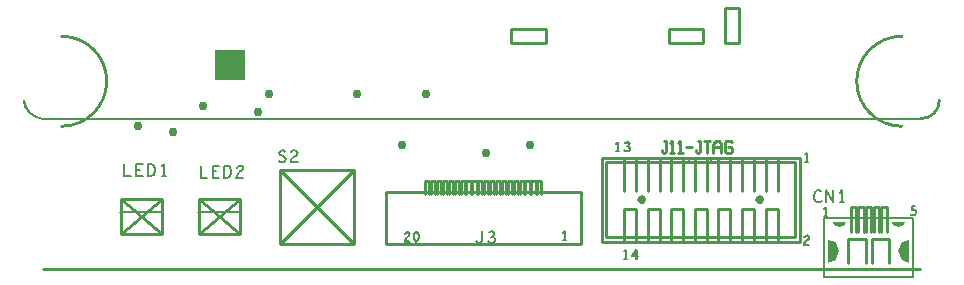
<source format=gbr>
G04 start of page 3 for group 2 idx 2 *
G04 Title: (unknown), 4HiddenLines(NO FAB) *
G04 Creator: pcb 20110918 *
G04 CreationDate: Mon Sep 22 22:22:36 2014 UTC *
G04 For: fosse *
G04 Format: Gerber/RS-274X *
G04 PCB-Dimensions: 320000 125000 *
G04 PCB-Coordinate-Origin: lower left *
%MOIN*%
%FSLAX25Y25*%
%LNGROUP2*%
%ADD27C,0.0150*%
%ADD26C,0.0300*%
%ADD25C,0.0000*%
%ADD24C,0.0070*%
%ADD23C,0.0100*%
%ADD22C,0.0050*%
%ADD21C,0.0060*%
%ADD20C,0.0100*%
%ADD19C,0.0001*%
G54D19*G36*
X67947Y107409D02*X77953D01*
Y97411D01*
X67947D01*
Y107409D01*
G37*
G36*
X299416Y36328D02*X296983Y37216D01*
X295736Y40211D01*
X296983Y43211D01*
X299416Y44099D01*
Y36328D01*
G37*
G36*
X297966Y49936D02*X297548Y48934D01*
X295795Y48294D01*
X294037Y48934D01*
X293622Y49936D01*
X297966D01*
G37*
G36*
X276172Y40211D02*X274919Y37216D01*
X272491Y36328D01*
Y44099D01*
X274919Y43211D01*
X276172Y40211D01*
G37*
G36*
X278283Y49936D02*X277865Y48934D01*
X276112Y48294D01*
X274354Y48934D01*
X273939Y49936D01*
X278283D01*
G37*
G36*
X251155Y57415D02*X250683Y56291D01*
X249652Y55918D01*
X248622Y56291D01*
X248155Y57415D01*
X248622Y58537D01*
X249652Y58912D01*
X250683Y58537D01*
X251155Y57415D01*
G37*
G36*
X211751D02*X211279Y56291D01*
X210248Y55918D01*
X209218Y56291D01*
X208751Y57415D01*
X209218Y58537D01*
X210248Y58912D01*
X211279Y58537D01*
X211751Y57415D01*
G37*
G54D20*X287613Y46791D02*Y54891D01*
X289409D01*
Y46791D01*
X290169D02*Y54891D01*
X291970D02*Y46791D01*
X285054D02*Y54891D01*
X284294D02*Y46791D01*
X285054Y54891D02*X286854D01*
X282493D02*X284294D01*
X290169D02*X291970D01*
G54D21*X271191Y51236D02*X300716D01*
G54D22*X300559Y54137D02*X300218Y53931D01*
G54D20*X286854Y54891D02*Y46791D01*
G54D22*X300218Y53931D02*X300331Y55277D01*
G54D20*X286941Y36261D02*Y44161D01*
X292838D01*
Y36261D01*
X279069Y44161D02*X284966D01*
Y36261D01*
X282493Y46791D02*Y54891D01*
X279937Y46791D02*Y54891D01*
X281733D01*
Y46791D01*
G54D21*X271191Y31552D02*Y51236D01*
G54D20*X279069Y36261D02*Y44161D01*
G54D21*X300716Y31552D02*X271191D01*
X300716Y51236D02*Y31552D01*
G54D22*X299945Y52640D02*X300179Y52380D01*
X300445Y52227D01*
X300793Y52173D01*
X301134Y52277D01*
X301405Y52483D01*
X301595Y52847D01*
X301633Y53259D01*
X301556Y53670D01*
X301368Y53931D01*
X301095Y54137D01*
X300830Y54191D01*
X300559Y54137D01*
X300331Y55277D02*X301368D01*
G54D21*X270112Y60213D02*X269791Y60415D01*
X269418Y60545D01*
X268988D01*
X268511Y60344D01*
X268137Y60013D01*
X267870Y59612D01*
X267654Y58944D01*
X267605Y58348D01*
X267708Y57745D01*
X267870Y57344D01*
X268191Y56948D01*
X268565Y56681D01*
X268934Y56547D01*
X269309D01*
X269683Y56681D01*
X270004Y56877D01*
X270269Y57148D01*
X271712Y56547D02*Y60545D01*
X274165Y56547D01*
Y60545D01*
X276937Y56547D02*Y60545D01*
X276297Y59747D01*
Y56547D02*X277577D01*
G54D22*X271615Y51999D02*Y55098D01*
X271154Y54479D01*
Y51999D02*X272076D01*
X265381Y45511D02*X265766Y45408D01*
X266031Y45154D01*
X265918Y44274D02*X265148Y43759D01*
X265663Y45408D02*X265934Y45154D01*
X265815Y44274D02*X265050Y43759D01*
X265148D02*X264805Y43395D01*
X265050Y43759D02*X264702Y43395D01*
X264572Y44995D02*X264805Y45305D01*
X265072Y45462D01*
X265381Y45511D01*
X264475Y44995D02*X264702Y45305D01*
X264974Y45462D01*
X265277Y45511D01*
X265663Y45408D01*
X266031Y45154D02*X266108Y44844D01*
X266070Y44529D01*
X265918Y44274D01*
X265934Y45154D02*X266011Y44844D01*
G54D20*X262955Y43412D02*Y71412D01*
G54D22*X264745Y70012D02*X265663D01*
G54D20*X261452Y44915D02*Y69915D01*
G54D22*X265305Y70012D02*Y73115D01*
X264844Y72491D01*
Y70012D02*X265761D01*
X265202D02*Y73115D01*
X264745Y72491D01*
X264805Y43395D02*X264572Y42880D01*
X264497Y42413D01*
X266108D01*
X266011Y44844D02*X265972Y44529D01*
X265815Y44274D01*
X264398Y42413D02*X266011D01*
X264702Y43395D02*X264475Y42880D01*
X264398Y42413D01*
G54D20*X251573Y60377D02*Y71179D01*
X255577D02*Y60377D01*
X247700Y71179D02*Y60377D01*
X251573Y71179D02*X255577D01*
X243701Y60377D02*Y71179D01*
X247700D01*
X235829Y60377D02*Y71179D01*
X239827D01*
Y60377D01*
G54D23*X242801Y109615D02*X238101D01*
Y121215D01*
X242801D02*Y109615D01*
X238101Y121215D02*X242801D01*
G54D20*X227951Y60377D02*Y71179D01*
X220079D02*X224077D01*
Y60377D01*
G54D21*X225955Y71412D02*Y69915D01*
G54D20*X227951Y71179D02*X231955D01*
X262955Y71412D02*X196951D01*
X261452Y69915D02*X198454D01*
Y44915D02*X261452D01*
X231955Y71179D02*Y60377D01*
G54D21*X233452Y69915D02*Y71412D01*
G54D20*X204329Y43645D02*Y54447D01*
X208333D01*
Y43645D01*
X212206D02*Y54447D01*
X216205D02*Y43645D01*
X212206Y54447D02*X216205D01*
X220079D02*X224077D01*
X227951D02*X231955D01*
X220079Y43645D02*Y54447D01*
X224077D02*Y43645D01*
X227951D02*Y54447D01*
X231955D02*Y43645D01*
X196951Y43412D02*X262955D01*
X251573Y43645D02*Y54447D01*
X255577D01*
X243701D02*X247700D01*
Y43645D01*
X235829D02*Y54447D01*
X239827D01*
Y43645D01*
X243701D02*Y54447D01*
X255577D02*Y43645D01*
X220079Y60377D02*Y71179D01*
X212206Y60377D02*Y71179D01*
X216205D01*
Y60377D01*
X208333Y71179D02*Y60377D01*
X204329D02*Y71179D01*
X196951Y71412D02*Y43412D01*
X198454Y69915D02*Y44915D01*
X204329Y71179D02*X208333D01*
G54D22*X208562Y37713D02*Y40811D01*
X207145Y38591D01*
X209061D01*
X208465Y37713D02*Y40811D01*
X207043Y38591D01*
X208963D01*
X205002Y37713D02*Y40811D01*
X204541Y40193D01*
Y37713D02*X205465D01*
X204905D02*Y40811D01*
X204444Y40193D01*
Y37713D02*X205361D01*
G54D23*X166701Y114215D02*Y109615D01*
X178201D01*
Y114215D02*X166701D01*
X219201D02*Y109615D01*
X230701D01*
Y114215D01*
X219201D01*
X178201Y109615D02*Y114215D01*
G54D20*X167579Y59265D02*Y63562D01*
X168977D01*
X169548Y59265D02*Y63562D01*
X170947D01*
Y59265D01*
X168977Y63562D02*Y59265D01*
X171516D02*Y63562D01*
X173486Y59265D02*Y63562D01*
X174886D01*
X172916D02*Y59265D01*
X171516Y63562D02*X172916D01*
X174886D02*Y59265D01*
X175455D02*Y63562D01*
X176855D01*
Y59265D01*
G54D24*X303147Y84412D02*X10748D01*
G54D20*X89551Y42511D02*Y67316D01*
Y67315D01*
Y42511D02*X89595D01*
X114355Y67316D02*Y42511D01*
X89551D01*
Y67315D02*X114355Y42511D01*
X89595D02*X114355Y67271D01*
X89551Y67316D02*X114355D01*
G54D21*X93402Y70501D02*X93294Y69898D01*
X89295Y70430D02*X89724Y70100D01*
X90202Y69898D01*
X90630D01*
X91059Y70100D01*
X91373Y70430D01*
X93294Y69898D02*X95534D01*
X91373Y70430D02*X91537Y70897D01*
X91427Y71363D01*
X91162Y71765D01*
X90684Y72030D01*
X90044Y72166D01*
X89670Y72431D01*
X89508Y72898D01*
X89616Y73365D01*
X89881Y73695D01*
X90256Y73897D01*
X90630D01*
X91005Y73766D01*
X91325Y73430D01*
X93402Y73229D02*X93723Y73631D01*
X94097Y73831D01*
X94520Y73897D01*
X95058Y73766D01*
X95431Y73430D01*
X95534Y73034D01*
X95480Y72633D01*
X95269Y72297D01*
X94205Y71629D01*
X93723Y71162D01*
X93402Y70501D01*
G54D22*X204621Y74118D02*X204848Y73762D01*
X205158Y73549D01*
X204751Y73762D02*X205055Y73549D01*
X205808D02*X206112Y73810D01*
X206308Y74118D01*
X206015Y73810D02*X206205Y74118D01*
X204518D02*X204751Y73762D01*
X205158Y73549D02*X205500Y73500D01*
X205808Y73549D01*
X205055D02*X205403Y73500D01*
X205705Y73549D01*
X206015Y73810D01*
X206308Y74118D02*X206346Y74428D01*
X206205Y74118D02*X206243Y74428D01*
X206346D02*X206269Y74792D01*
X206243Y74428D02*X206166Y74792D01*
X206269D02*X205998Y75052D01*
X206166Y74792D02*X205901Y75052D01*
X205961Y75307D02*X206155Y75567D01*
X206232Y75877D01*
X206155Y76186D01*
X206053Y75567D02*X206129Y75877D01*
X206053Y76186D01*
X206155D02*X205961Y76446D01*
X205619Y76599D01*
X205272Y76549D01*
X204925Y76343D01*
X205864Y76446D02*X205516Y76599D01*
X205173Y76549D01*
X204826Y76343D01*
X205998Y75052D02*X205733Y75155D01*
X205386D01*
X205733D02*X205961Y75307D01*
X205901Y75052D02*X205630Y75155D01*
X205287D01*
X205630D02*X205864Y75307D01*
X206053Y75567D01*
Y76186D02*X205864Y76446D01*
X202364Y73500D02*Y76599D01*
X201903Y75980D01*
Y73500D02*X202825D01*
X202266D02*Y76599D01*
X201805Y75980D01*
Y73500D02*X202722D01*
G54D20*X124973Y42516D02*Y59840D01*
X127652Y59834D02*X137256D01*
G54D22*X135862Y45913D02*X135711Y46223D01*
X135483Y46479D01*
X135173Y46581D01*
G54D20*X141987Y59265D02*Y63562D01*
X143391D01*
Y59265D01*
X143956D02*Y63562D01*
X141423D02*Y59265D01*
X145926D02*Y63562D01*
X147326D01*
Y59265D01*
X143956Y63562D02*X145356D01*
Y59265D01*
X140023D02*Y63562D01*
X138054Y59265D02*Y63562D01*
X139454D01*
Y59265D01*
X140023Y63562D02*X141423D01*
X124973Y59840D02*X189936D01*
X177652Y59834D02*X187256D01*
X189936Y59840D02*Y42516D01*
G54D22*X184604Y44015D02*Y47113D01*
X184143Y46494D01*
Y44015D02*X185065D01*
X184604Y43912D02*Y47015D01*
X184143Y46391D01*
Y43912D02*X185065D01*
G54D20*X189936Y42516D02*X124973D01*
G54D21*X155040Y43666D02*X155307Y43270D01*
X155626Y43003D01*
X156001Y42868D01*
X156423Y43003D01*
X156744Y43270D01*
X157064Y43666D01*
X157173Y44203D01*
Y46867D01*
X160802Y45200D02*X161068Y45538D01*
X161171Y45934D01*
X161068Y46335D01*
X160802Y46666D01*
X160319Y46867D01*
X159841Y46802D01*
X159359Y46535D01*
X158930Y43666D02*X159251Y43199D01*
X159679Y42934D01*
X160162Y42868D01*
X160586Y42934D01*
X161014Y43270D01*
X161280Y43666D01*
X161334Y44067D01*
X161226Y44534D01*
X160851Y44870D01*
X160482Y45000D01*
X160000D01*
X160482D02*X160802Y45200D01*
G54D20*X165609Y59265D02*Y63562D01*
X167013D02*Y59265D01*
X163645Y63562D02*X165044D01*
Y59265D01*
X165609Y63562D02*X167013D01*
X161676Y59265D02*Y63562D01*
X163075D01*
Y59265D01*
X163645D02*Y63562D01*
X161105D02*Y59265D01*
X157737D02*Y63562D01*
X159136D01*
X159706D02*X161105D01*
X159136D02*Y59265D01*
X159706D02*Y63562D01*
X149865Y59265D02*Y63562D01*
X151263D01*
Y59265D01*
X147895D02*Y63562D01*
X149294D01*
Y59265D01*
X151834D02*Y63562D01*
X153233D01*
Y59265D01*
X153798D02*Y63562D01*
X155202D02*Y59265D01*
X155768D02*Y63562D01*
X157166D02*Y59265D01*
X153798Y63562D02*X155202D01*
X155768D02*X157166D01*
G54D22*X131533Y46434D02*X131804Y46593D01*
X132108Y46641D01*
X132493Y46538D01*
X132759Y46283D01*
X131305Y46126D02*X131533Y46434D01*
X132759Y46283D02*X132840Y45973D01*
X132802Y45659D01*
X132645Y45404D01*
X131533Y44524D02*X131305Y44009D01*
X131229Y43543D01*
X132645Y45404D02*X131880Y44888D01*
X131533Y44524D01*
X131229Y43543D02*X132840D01*
X135136Y46641D02*X134826Y46538D01*
X134598Y46283D01*
X134441Y45973D01*
X134327Y45556D01*
X134288Y45095D01*
X134327Y44629D01*
X134441Y44216D01*
X134598Y43906D01*
X134826Y43647D01*
X135136Y43543D01*
X135440Y43647D01*
X135673Y43906D01*
X135824Y44216D01*
X135938Y44629D01*
X135976Y45095D01*
X135938Y45556D01*
X135824Y45973D01*
X135673Y46283D01*
X135440Y46538D01*
X135136Y46641D01*
X131343Y46066D02*X131576Y46376D01*
X131843Y46533D01*
X132151Y46581D01*
X132531Y46479D01*
X132802Y46223D01*
X132879Y45913D01*
X132840Y45599D01*
X132688Y45344D01*
X131918Y44829D01*
X131576Y44465D01*
X131343Y43949D01*
X131268Y43483D01*
X132879D01*
X135173Y46581D02*X134863Y46479D01*
X134636Y46223D01*
X134484Y45913D01*
X134370Y45497D01*
X134333Y45036D01*
X134370Y44569D01*
X134484Y44156D01*
X134636Y43847D01*
X134863Y43587D01*
X135173Y43483D01*
X135483Y43587D01*
X135711Y43847D01*
X135862Y44156D01*
X135976Y44569D01*
X136015Y45036D01*
X135976Y45497D01*
X135862Y45913D01*
G54D20*X10752Y34411D02*X303152D01*
G54D24*X4450Y90711D02*X4943Y88258D01*
X6294Y86257D01*
G54D25*X16950Y81921D02*X16940Y81911D01*
G54D24*X4862Y88266D02*X6212Y86264D01*
X8214Y84914D01*
X10666Y84419D01*
X4367Y90718D02*X4862Y88266D01*
G54D20*X36556Y57811D02*Y46011D01*
X50352D01*
X36556Y57811D02*X50352Y46011D01*
X36556D02*X50352Y57811D01*
Y46011D02*Y57811D01*
X36556D01*
G54D22*X50455Y53411D02*X36452D01*
G54D21*X37841Y69318D02*Y65313D01*
X39975D01*
X43972D02*X41840D01*
Y69318D01*
X43972D01*
X43120Y67381D02*X41840D01*
X45736Y65313D02*Y69318D01*
X46800D01*
X47227Y69118D01*
X47548Y68851D01*
X47813Y68450D01*
X48024Y67983D01*
X48079Y67316D01*
X48024Y66648D01*
X47813Y66181D01*
X47548Y65780D02*X47227Y65515D01*
X46800Y65313D01*
X45736D01*
X47813Y66181D02*X47548Y65780D01*
X69358Y64787D02*X67226D01*
X50906Y65313D02*Y69318D01*
X50266Y68515D01*
Y65313D02*X51547D01*
G54D20*X62554Y57811D02*Y46011D01*
X76351D01*
Y57811D01*
X62554D01*
G54D22*X76454Y53411D02*X62451D01*
G54D20*X62554Y57811D02*X76351Y46011D01*
X62554D02*X76351Y57811D01*
G54D21*X63227Y68786D02*Y64787D01*
X65359D01*
X67226D02*Y68786D01*
X69358D01*
X68506Y66855D02*X67226D01*
X71120Y64787D02*Y68786D01*
X72184D01*
X72613Y68586D01*
X72933Y68319D01*
X73198Y67918D01*
X73411Y67451D01*
X73465Y66790D01*
X73411Y66122D01*
X73198Y65655D01*
X72933Y65254D01*
X72613Y64988D01*
X72184Y64787D01*
X71120D01*
X75276Y68119D02*X75597Y68520D01*
X75970Y68720D01*
X76400Y68786D01*
X76931Y68656D01*
X77305Y68319D01*
X77415Y67918D01*
X77359Y67522D01*
X77143Y67186D01*
X76080Y66518D01*
X75597Y66052D01*
X75276Y65384D01*
X75173Y64787D01*
X77415D01*
G54D23*X16938Y81911D02*G75*G03X31939Y96912I0J15001D01*G01*
X31940Y96911D02*G75*G03X16950Y111901I-14990J0D01*G01*
X281937Y96909D02*G75*G03X296935Y81911I14998J0D01*G01*
X296947Y111901D02*G75*G03X281937Y96891I0J-15010D01*G01*
G54D20*X303500Y84500D02*G75*G03X309500Y90500I0J6000D01*G01*
X217684Y77132D02*X218484D01*
Y73632D01*
X217984Y73132D02*X218484Y73632D01*
X217484Y73132D02*X217984D01*
X216984Y73632D02*X217484Y73132D01*
X216984Y74132D02*Y73632D01*
X219684Y76332D02*X220484Y77132D01*
Y73132D01*
X219684D02*X221184D01*
X222384Y76332D02*X223184Y77132D01*
Y73132D01*
X222384D02*X223884D01*
X225084Y75132D02*X227084D01*
X228984Y77132D02*X229784D01*
Y73632D01*
X229284Y73132D02*X229784Y73632D01*
X228784Y73132D02*X229284D01*
X228284Y73632D02*X228784Y73132D01*
X228284Y74132D02*Y73632D01*
X230984Y77132D02*X232984D01*
X231984D02*Y73132D01*
X234184Y76132D02*Y73132D01*
Y76132D02*X234884Y77132D01*
X235984D01*
X236684Y76132D01*
Y73132D01*
X234184Y75132D02*X236684D01*
X239884Y77132D02*X240384Y76632D01*
X238384Y77132D02*X239884D01*
X237884Y76632D02*X238384Y77132D01*
X237884Y76632D02*Y73632D01*
X238384Y73132D01*
X239884D01*
X240384Y73632D01*
Y74632D02*Y73632D01*
X239884Y75132D02*X240384Y74632D01*
X238884Y75132D02*X239884D01*
G54D26*X115500Y92500D03*
X86000D03*
X158500Y73000D03*
X173000Y75500D03*
X138500Y92500D03*
X130500Y75500D03*
X54000Y80000D03*
X82500Y86500D03*
X64000Y88500D03*
X42500Y82000D03*
G54D27*M02*

</source>
